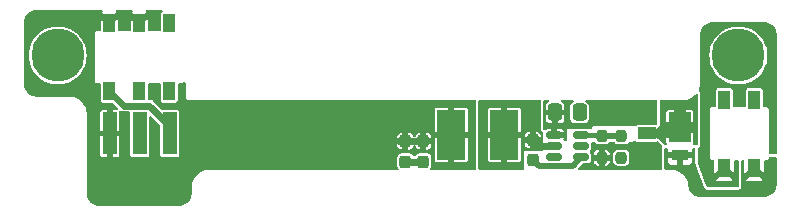
<source format=gbr>
%TF.GenerationSoftware,KiCad,Pcbnew,7.0.1*%
%TF.CreationDate,2023-03-29T08:45:06-04:00*%
%TF.ProjectId,BuckarooHAT,4275636b-6172-46f6-9f48-41542e6b6963,rev?*%
%TF.SameCoordinates,Original*%
%TF.FileFunction,Copper,L1,Top*%
%TF.FilePolarity,Positive*%
%FSLAX46Y46*%
G04 Gerber Fmt 4.6, Leading zero omitted, Abs format (unit mm)*
G04 Created by KiCad (PCBNEW 7.0.1) date 2023-03-29 08:45:06*
%MOMM*%
%LPD*%
G01*
G04 APERTURE LIST*
G04 Aperture macros list*
%AMRoundRect*
0 Rectangle with rounded corners*
0 $1 Rounding radius*
0 $2 $3 $4 $5 $6 $7 $8 $9 X,Y pos of 4 corners*
0 Add a 4 corners polygon primitive as box body*
4,1,4,$2,$3,$4,$5,$6,$7,$8,$9,$2,$3,0*
0 Add four circle primitives for the rounded corners*
1,1,$1+$1,$2,$3*
1,1,$1+$1,$4,$5*
1,1,$1+$1,$6,$7*
1,1,$1+$1,$8,$9*
0 Add four rect primitives between the rounded corners*
20,1,$1+$1,$2,$3,$4,$5,0*
20,1,$1+$1,$4,$5,$6,$7,0*
20,1,$1+$1,$6,$7,$8,$9,0*
20,1,$1+$1,$8,$9,$2,$3,0*%
%AMFreePoly0*
4,1,19,0.550000,-0.750000,0.000000,-0.750000,0.000000,-0.744911,-0.071157,-0.744911,-0.207708,-0.704816,-0.327430,-0.627875,-0.420627,-0.520320,-0.479746,-0.390866,-0.500000,-0.250000,-0.500000,0.250000,-0.479746,0.390866,-0.420627,0.520320,-0.327430,0.627875,-0.207708,0.704816,-0.071157,0.744911,0.000000,0.744911,0.000000,0.750000,0.550000,0.750000,0.550000,-0.750000,0.550000,-0.750000,
$1*%
%AMFreePoly1*
4,1,19,0.000000,0.744911,0.071157,0.744911,0.207708,0.704816,0.327430,0.627875,0.420627,0.520320,0.479746,0.390866,0.500000,0.250000,0.500000,-0.250000,0.479746,-0.390866,0.420627,-0.520320,0.327430,-0.627875,0.207708,-0.704816,0.071157,-0.744911,0.000000,-0.744911,0.000000,-0.750000,-0.550000,-0.750000,-0.550000,0.750000,0.000000,0.750000,0.000000,0.744911,0.000000,0.744911,
$1*%
G04 Aperture macros list end*
%TA.AperFunction,SMDPad,CuDef*%
%ADD10RoundRect,0.237500X-0.237500X0.300000X-0.237500X-0.300000X0.237500X-0.300000X0.237500X0.300000X0*%
%TD*%
%TA.AperFunction,SMDPad,CuDef*%
%ADD11RoundRect,0.250000X-0.337500X-0.475000X0.337500X-0.475000X0.337500X0.475000X-0.337500X0.475000X0*%
%TD*%
%TA.AperFunction,ComponentPad*%
%ADD12C,3.100000*%
%TD*%
%TA.AperFunction,ConnectorPad*%
%ADD13C,4.500000*%
%TD*%
%TA.AperFunction,SMDPad,CuDef*%
%ADD14RoundRect,0.237500X0.237500X-0.250000X0.237500X0.250000X-0.237500X0.250000X-0.237500X-0.250000X0*%
%TD*%
%TA.AperFunction,SMDPad,CuDef*%
%ADD15R,1.000000X1.550000*%
%TD*%
%TA.AperFunction,SMDPad,CuDef*%
%ADD16RoundRect,0.150000X-0.512500X-0.150000X0.512500X-0.150000X0.512500X0.150000X-0.512500X0.150000X0*%
%TD*%
%TA.AperFunction,SMDPad,CuDef*%
%ADD17R,2.400000X4.200000*%
%TD*%
%TA.AperFunction,SMDPad,CuDef*%
%ADD18RoundRect,0.237500X-0.237500X0.250000X-0.237500X-0.250000X0.237500X-0.250000X0.237500X0.250000X0*%
%TD*%
%TA.AperFunction,SMDPad,CuDef*%
%ADD19R,1.200000X3.600000*%
%TD*%
%TA.AperFunction,SMDPad,CuDef*%
%ADD20R,1.880000X2.540000*%
%TD*%
%TA.AperFunction,SMDPad,CuDef*%
%ADD21R,1.350000X0.960000*%
%TD*%
%TA.AperFunction,SMDPad,CuDef*%
%ADD22FreePoly0,90.000000*%
%TD*%
%TA.AperFunction,SMDPad,CuDef*%
%ADD23R,1.500000X1.000000*%
%TD*%
%TA.AperFunction,SMDPad,CuDef*%
%ADD24FreePoly1,90.000000*%
%TD*%
%TA.AperFunction,ViaPad*%
%ADD25C,0.600000*%
%TD*%
%TA.AperFunction,Conductor*%
%ADD26C,0.600000*%
%TD*%
%TA.AperFunction,Conductor*%
%ADD27C,0.500000*%
%TD*%
%TA.AperFunction,Conductor*%
%ADD28C,0.400000*%
%TD*%
%TA.AperFunction,Conductor*%
%ADD29C,0.800000*%
%TD*%
G04 APERTURE END LIST*
D10*
%TO.P,C4,1*%
%TO.N,+5V*%
X132588000Y-81560500D03*
%TO.P,C4,2*%
%TO.N,GND*%
X132588000Y-83285500D03*
%TD*%
D11*
%TO.P,C1,1*%
%TO.N,/+12v*%
X143742500Y-79121000D03*
%TO.P,C1,2*%
%TO.N,GND*%
X145817500Y-79121000D03*
%TD*%
D12*
%TO.P,H1,1*%
%TO.N,N/C*%
X159258000Y-74295000D03*
D13*
X159258000Y-74295000D03*
%TD*%
D14*
%TO.P,R1,1*%
%TO.N,+5V*%
X147701000Y-82954500D03*
%TO.P,R1,2*%
%TO.N,/fb_in*%
X147701000Y-81129500D03*
%TD*%
D15*
%TO.P,J2,1,Pin_1*%
%TO.N,+3.3V*%
X105994200Y-77301800D03*
%TO.P,J2,2,Pin_2*%
%TO.N,+5V*%
X105994200Y-71551800D03*
%TO.P,J2,3,Pin_3*%
%TO.N,unconnected-(J2-Pin_3-Pad3)*%
X108534200Y-77301800D03*
%TO.P,J2,4,Pin_4*%
%TO.N,+5V*%
X108534200Y-71551800D03*
%TO.P,J2,5,Pin_5*%
%TO.N,unconnected-(J2-Pin_5-Pad5)*%
X111074200Y-77301800D03*
%TO.P,J2,6,Pin_6*%
%TO.N,GND*%
X111074200Y-71551800D03*
%TD*%
D16*
%TO.P,U1,1,VIN*%
%TO.N,/+12v*%
X143648000Y-81031000D03*
%TO.P,U1,2,SW*%
%TO.N,/sw_out*%
X143648000Y-81981000D03*
%TO.P,U1,3,GND*%
%TO.N,GND*%
X143648000Y-82931000D03*
%TO.P,U1,4,BST*%
%TO.N,Net-(U1-BST)*%
X145923000Y-82931000D03*
%TO.P,U1,5,EN*%
%TO.N,unconnected-(U1-EN-Pad5)*%
X145923000Y-81981000D03*
%TO.P,U1,6,FB*%
%TO.N,/fb_in*%
X145923000Y-81031000D03*
%TD*%
D10*
%TO.P,C3,1*%
%TO.N,+5V*%
X131064000Y-81560500D03*
%TO.P,C3,2*%
%TO.N,GND*%
X131064000Y-83285500D03*
%TD*%
D17*
%TO.P,L1,1,1*%
%TO.N,/sw_out*%
X139446000Y-81026000D03*
%TO.P,L1,2,2*%
%TO.N,+5V*%
X134946000Y-81026000D03*
%TD*%
D18*
%TO.P,R2,1*%
%TO.N,/fb_in*%
X149352000Y-81129500D03*
%TO.P,R2,2*%
%TO.N,GND*%
X149352000Y-82954500D03*
%TD*%
D19*
%TO.P,J3,1,Pin_1*%
%TO.N,+5V*%
X106045000Y-80899000D03*
%TO.P,J3,2,Pin_2*%
%TO.N,GND*%
X108585000Y-80899000D03*
%TO.P,J3,3,Pin_3*%
%TO.N,+3.3V*%
X111125000Y-80899000D03*
%TD*%
D10*
%TO.P,C2,1*%
%TO.N,/sw_out*%
X141859000Y-81433500D03*
%TO.P,C2,2*%
%TO.N,Net-(U1-BST)*%
X141859000Y-83158500D03*
%TD*%
D12*
%TO.P,H2,1*%
%TO.N,N/C*%
X101625400Y-74295000D03*
D13*
X101625400Y-74295000D03*
%TD*%
D20*
%TO.P,D1,1,K*%
%TO.N,/vsplit*%
X154305000Y-80391000D03*
D21*
%TO.P,D1,2,A*%
%TO.N,VCC*%
X154305000Y-82741000D03*
%TD*%
D15*
%TO.P,J1,1,Pin_1*%
%TO.N,GND*%
X158065001Y-83792899D03*
%TO.P,J1,2,Pin_2*%
%TO.N,unconnected-(J1-Pin_2-Pad2)*%
X158065001Y-78042899D03*
%TO.P,J1,3,Pin_3*%
%TO.N,VCC*%
X160605001Y-83792899D03*
%TO.P,J1,4,Pin_4*%
%TO.N,unconnected-(J1-Pin_4-Pad4)*%
X160605001Y-78042899D03*
%TD*%
D22*
%TO.P,JP1,1,A*%
%TO.N,+5V*%
X151511000Y-82199000D03*
D23*
%TO.P,JP1,2,C*%
%TO.N,/vsplit*%
X151511000Y-80899000D03*
D24*
%TO.P,JP1,3,B*%
%TO.N,/+12v*%
X151511000Y-79599000D03*
%TD*%
D25*
%TO.N,GND*%
X161798000Y-72136000D03*
X108585000Y-81915000D03*
X108585000Y-79883000D03*
X158115000Y-83439000D03*
X145542000Y-79121000D03*
X144018000Y-82931000D03*
X132588000Y-83285500D03*
X111125000Y-71247000D03*
X156845000Y-76581000D03*
X146050000Y-78740000D03*
X143383000Y-82931000D03*
X131064000Y-83285500D03*
X158115000Y-84201000D03*
X156718000Y-72009000D03*
X161798000Y-76581000D03*
X111125000Y-71882000D03*
X149352000Y-82931000D03*
X146050000Y-79502000D03*
%TO.N,+5V*%
X135001000Y-81026000D03*
X147701000Y-82931000D03*
%TD*%
D26*
%TO.N,GND*%
X131064000Y-83285500D02*
X132588000Y-83285500D01*
%TO.N,/sw_out*%
X142406500Y-81981000D02*
X141859000Y-81433500D01*
X143648000Y-81981000D02*
X142406500Y-81981000D01*
D27*
%TO.N,Net-(U1-BST)*%
X142333900Y-83633400D02*
X145220600Y-83633400D01*
X145220600Y-83633400D02*
X145923000Y-82931000D01*
X141859000Y-83158500D02*
X142333900Y-83633400D01*
D26*
%TO.N,+5V*%
X130556000Y-81560500D02*
X132080000Y-81560500D01*
X147701000Y-82954500D02*
X147701000Y-82931000D01*
%TO.N,+3.3V*%
X111125000Y-80264000D02*
X109390200Y-78529200D01*
X109390200Y-78529200D02*
X107221600Y-78529200D01*
X111125000Y-80899000D02*
X111125000Y-80264000D01*
X107221600Y-78529200D02*
X105994200Y-77301800D01*
D28*
%TO.N,/fb_in*%
X145923000Y-81031000D02*
X147602500Y-81031000D01*
X147602500Y-81031000D02*
X147701000Y-81129500D01*
D27*
X149352000Y-81129500D02*
X147701000Y-81129500D01*
D29*
%TO.N,/vsplit*%
X153797000Y-80899000D02*
X154305000Y-80391000D01*
X151511000Y-80899000D02*
X153797000Y-80899000D01*
%TD*%
%TA.AperFunction,Conductor*%
%TO.N,+5V*%
G36*
X105372999Y-70444123D02*
G01*
X105409037Y-70478774D01*
X105423549Y-70526615D01*
X105412833Y-70575448D01*
X105397982Y-70592158D01*
X105397097Y-70601142D01*
X105994199Y-71198244D01*
X106591301Y-70601142D01*
X106590417Y-70592160D01*
X106575564Y-70575446D01*
X106564849Y-70526614D01*
X106579361Y-70478773D01*
X106615399Y-70444123D01*
X106663773Y-70431500D01*
X107864625Y-70431500D01*
X107912999Y-70444123D01*
X107949037Y-70478774D01*
X107963549Y-70526615D01*
X107952833Y-70575448D01*
X107937982Y-70592158D01*
X107937097Y-70601142D01*
X108534199Y-71198244D01*
X109131301Y-70601142D01*
X109130417Y-70592160D01*
X109115564Y-70575446D01*
X109104849Y-70526614D01*
X109119361Y-70478773D01*
X109155399Y-70444123D01*
X109203773Y-70431500D01*
X110403729Y-70431500D01*
X110452102Y-70444123D01*
X110488140Y-70478773D01*
X110502653Y-70526613D01*
X110491939Y-70575445D01*
X110458731Y-70612815D01*
X110429647Y-70632247D01*
X110385333Y-70698568D01*
X110373700Y-70757053D01*
X110373700Y-72095300D01*
X110360437Y-72144800D01*
X110324200Y-72181037D01*
X110274700Y-72194300D01*
X109333200Y-72194300D01*
X109283700Y-72181037D01*
X109247463Y-72144800D01*
X109234200Y-72095300D01*
X109234200Y-71205352D01*
X108604202Y-71835349D01*
X108559822Y-71860972D01*
X108508576Y-71860972D01*
X108464195Y-71835349D01*
X107834200Y-71205354D01*
X107834200Y-72095300D01*
X107820937Y-72144800D01*
X107784700Y-72181037D01*
X107735200Y-72194300D01*
X106793200Y-72194300D01*
X106743700Y-72181037D01*
X106707463Y-72144800D01*
X106694200Y-72095300D01*
X106694200Y-71205352D01*
X106064202Y-71835349D01*
X106019822Y-71860972D01*
X105968576Y-71860972D01*
X105924195Y-71835349D01*
X105294200Y-71205354D01*
X105294200Y-72095300D01*
X105280937Y-72144800D01*
X105244700Y-72181037D01*
X105195200Y-72194300D01*
X104932437Y-72194300D01*
X104921604Y-72199516D01*
X104900690Y-72206834D01*
X104888968Y-72209510D01*
X104879565Y-72217008D01*
X104860803Y-72228797D01*
X104849975Y-72234012D01*
X104842479Y-72243411D01*
X104826811Y-72259079D01*
X104817412Y-72266575D01*
X104812197Y-72277403D01*
X104800408Y-72296165D01*
X104792910Y-72305568D01*
X104790234Y-72317290D01*
X104782916Y-72338204D01*
X104777700Y-72349037D01*
X104777700Y-76504563D01*
X104782915Y-76515393D01*
X104790235Y-76536314D01*
X104792909Y-76548029D01*
X104792910Y-76548031D01*
X104800405Y-76557429D01*
X104812197Y-76576196D01*
X104817411Y-76587024D01*
X104826804Y-76594514D01*
X104842481Y-76610190D01*
X104849976Y-76619588D01*
X104860799Y-76624800D01*
X104860801Y-76624801D01*
X104879572Y-76636596D01*
X104888969Y-76644090D01*
X104900676Y-76646762D01*
X104900681Y-76646763D01*
X104921605Y-76654083D01*
X104932437Y-76659300D01*
X104955610Y-76659300D01*
X105023963Y-76659300D01*
X105194700Y-76659300D01*
X105244200Y-76672563D01*
X105280437Y-76708800D01*
X105293700Y-76758300D01*
X105293700Y-78096547D01*
X105305333Y-78155031D01*
X105349647Y-78221352D01*
X105382044Y-78242999D01*
X105415969Y-78265667D01*
X105474452Y-78277300D01*
X106220878Y-78277300D01*
X106258764Y-78284836D01*
X106290882Y-78306296D01*
X106714582Y-78729996D01*
X106741676Y-78780686D01*
X106736042Y-78837886D01*
X106699579Y-78882315D01*
X106644578Y-78899000D01*
X106295001Y-78899000D01*
X106295000Y-78899001D01*
X106295000Y-80648999D01*
X106295001Y-80649000D01*
X106844999Y-80649000D01*
X106845000Y-80648999D01*
X106845000Y-79069551D01*
X106847068Y-79069551D01*
X106849622Y-79032662D01*
X106878968Y-78989784D01*
X106925986Y-78967674D01*
X106977727Y-78972420D01*
X106979266Y-78972994D01*
X106979269Y-78972996D01*
X107026635Y-78990662D01*
X107033160Y-78993365D01*
X107079143Y-79014365D01*
X107086578Y-79015433D01*
X107107081Y-79020666D01*
X107114117Y-79023291D01*
X107164557Y-79026898D01*
X107171559Y-79027652D01*
X107178883Y-79028705D01*
X107185799Y-79029700D01*
X107185801Y-79029700D01*
X107200182Y-79029700D01*
X107207244Y-79029952D01*
X107257673Y-79033559D01*
X107265009Y-79031962D01*
X107286054Y-79029700D01*
X107685500Y-79029700D01*
X107735000Y-79042963D01*
X107771237Y-79079200D01*
X107784500Y-79128700D01*
X107784500Y-82718747D01*
X107796133Y-82777231D01*
X107840447Y-82843552D01*
X107884762Y-82873162D01*
X107906769Y-82887867D01*
X107965252Y-82899500D01*
X109204747Y-82899500D01*
X109204748Y-82899500D01*
X109263231Y-82887867D01*
X109329552Y-82843552D01*
X109373867Y-82777231D01*
X109385500Y-82718748D01*
X109385500Y-79471322D01*
X109402185Y-79416321D01*
X109446614Y-79379858D01*
X109503814Y-79374224D01*
X109554504Y-79401318D01*
X110295504Y-80142318D01*
X110316964Y-80174436D01*
X110324500Y-80212322D01*
X110324500Y-82718747D01*
X110336133Y-82777231D01*
X110380447Y-82843552D01*
X110424762Y-82873162D01*
X110446769Y-82887867D01*
X110505252Y-82899500D01*
X111744747Y-82899500D01*
X111744748Y-82899500D01*
X111803231Y-82887867D01*
X111869552Y-82843552D01*
X111913867Y-82777231D01*
X111925500Y-82718748D01*
X111925500Y-81913201D01*
X130389000Y-81913201D01*
X130391771Y-81942757D01*
X130435329Y-82067238D01*
X130513646Y-82173353D01*
X130619761Y-82251670D01*
X130744242Y-82295228D01*
X130773799Y-82298000D01*
X130813999Y-82298000D01*
X130814000Y-82297999D01*
X131314000Y-82297999D01*
X131314001Y-82298000D01*
X131354201Y-82298000D01*
X131383757Y-82295228D01*
X131508238Y-82251670D01*
X131614353Y-82173353D01*
X131692670Y-82067238D01*
X131732556Y-81953253D01*
X131768712Y-81905210D01*
X131826000Y-81886951D01*
X131883288Y-81905210D01*
X131919444Y-81953253D01*
X131959329Y-82067238D01*
X132037646Y-82173353D01*
X132143761Y-82251670D01*
X132268242Y-82295228D01*
X132297799Y-82298000D01*
X132337999Y-82298000D01*
X132338000Y-82297999D01*
X132838000Y-82297999D01*
X132838001Y-82298000D01*
X132878201Y-82298000D01*
X132907757Y-82295228D01*
X133032238Y-82251670D01*
X133138353Y-82173353D01*
X133216670Y-82067238D01*
X133260228Y-81942757D01*
X133263000Y-81913201D01*
X133263000Y-81810501D01*
X133262999Y-81810500D01*
X132838001Y-81810500D01*
X132838000Y-81810501D01*
X132838000Y-82297999D01*
X132338000Y-82297999D01*
X132338000Y-81310499D01*
X132838000Y-81310499D01*
X132838001Y-81310500D01*
X133262999Y-81310500D01*
X133263000Y-81310499D01*
X133263000Y-81207799D01*
X133260228Y-81178242D01*
X133216670Y-81053761D01*
X133138353Y-80947646D01*
X133032238Y-80869329D01*
X132907757Y-80825771D01*
X132878201Y-80823000D01*
X132838001Y-80823000D01*
X132838000Y-80823001D01*
X132838000Y-81310499D01*
X132338000Y-81310499D01*
X132338000Y-80823001D01*
X132337999Y-80823000D01*
X132297799Y-80823000D01*
X132268242Y-80825771D01*
X132143761Y-80869329D01*
X132037646Y-80947646D01*
X131959329Y-81053761D01*
X131919444Y-81167746D01*
X131883288Y-81215789D01*
X131826000Y-81234048D01*
X131768712Y-81215789D01*
X131732556Y-81167746D01*
X131692670Y-81053761D01*
X131614353Y-80947646D01*
X131508238Y-80869329D01*
X131383757Y-80825771D01*
X131354201Y-80823000D01*
X131314001Y-80823000D01*
X131314000Y-80823001D01*
X131314000Y-82297999D01*
X130814000Y-82297999D01*
X130814000Y-81810501D01*
X130813999Y-81810500D01*
X130389001Y-81810500D01*
X130389000Y-81810501D01*
X130389000Y-81913201D01*
X111925500Y-81913201D01*
X111925500Y-81310499D01*
X130389000Y-81310499D01*
X130389001Y-81310500D01*
X130813999Y-81310500D01*
X130814000Y-81310499D01*
X130814000Y-80823001D01*
X130813999Y-80823000D01*
X130773799Y-80823000D01*
X130744242Y-80825771D01*
X130619761Y-80869329D01*
X130513646Y-80947646D01*
X130435329Y-81053761D01*
X130391771Y-81178242D01*
X130389000Y-81207799D01*
X130389000Y-81310499D01*
X111925500Y-81310499D01*
X111925500Y-80775999D01*
X133546000Y-80775999D01*
X133546001Y-80776000D01*
X134695999Y-80776000D01*
X134696000Y-80775999D01*
X135196000Y-80775999D01*
X135196001Y-80776000D01*
X136345999Y-80776000D01*
X136346000Y-80775999D01*
X136346000Y-78906303D01*
X136334395Y-78847963D01*
X136290192Y-78781807D01*
X136224036Y-78737604D01*
X136165697Y-78726000D01*
X135196001Y-78726000D01*
X135196000Y-78726001D01*
X135196000Y-80775999D01*
X134696000Y-80775999D01*
X134696000Y-78726001D01*
X134695999Y-78726000D01*
X133726303Y-78726000D01*
X133667963Y-78737604D01*
X133601807Y-78781807D01*
X133557604Y-78847963D01*
X133546000Y-78906303D01*
X133546000Y-80775999D01*
X111925500Y-80775999D01*
X111925500Y-79079252D01*
X111913867Y-79020769D01*
X111894575Y-78991897D01*
X111869552Y-78954447D01*
X111803231Y-78910133D01*
X111776390Y-78904794D01*
X111744748Y-78898500D01*
X110508322Y-78898500D01*
X110470436Y-78890964D01*
X110438318Y-78869504D01*
X109789680Y-78220866D01*
X109776398Y-78204382D01*
X109772342Y-78198071D01*
X109734148Y-78164976D01*
X109728977Y-78160162D01*
X109718796Y-78149982D01*
X109718795Y-78149981D01*
X109718793Y-78149979D01*
X109707262Y-78141347D01*
X109701775Y-78136925D01*
X109663573Y-78103823D01*
X109663572Y-78103822D01*
X109656744Y-78100704D01*
X109638545Y-78089906D01*
X109632530Y-78085403D01*
X109585170Y-78067739D01*
X109578642Y-78065035D01*
X109532657Y-78044035D01*
X109525217Y-78042965D01*
X109504718Y-78037732D01*
X109497686Y-78035109D01*
X109447261Y-78031502D01*
X109440241Y-78030747D01*
X109425999Y-78028700D01*
X109411618Y-78028700D01*
X109404556Y-78028448D01*
X109402922Y-78028331D01*
X109354127Y-78024841D01*
X109354125Y-78024841D01*
X109339930Y-78023826D01*
X109339955Y-78023472D01*
X109296908Y-78019879D01*
X109251714Y-77983461D01*
X109234700Y-77927970D01*
X109234700Y-76758300D01*
X109247963Y-76708800D01*
X109284200Y-76672563D01*
X109333700Y-76659300D01*
X110274700Y-76659300D01*
X110324200Y-76672563D01*
X110360437Y-76708800D01*
X110373700Y-76758300D01*
X110373700Y-78096547D01*
X110385333Y-78155031D01*
X110429647Y-78221352D01*
X110462044Y-78242999D01*
X110495969Y-78265667D01*
X110554452Y-78277300D01*
X111593947Y-78277300D01*
X111593948Y-78277300D01*
X111652431Y-78265667D01*
X111718752Y-78221352D01*
X111763067Y-78155031D01*
X111774700Y-78096548D01*
X111774700Y-76758300D01*
X111787963Y-76708800D01*
X111824200Y-76672563D01*
X111873700Y-76659300D01*
X112135962Y-76659300D01*
X112135963Y-76659300D01*
X112146792Y-76654084D01*
X112167711Y-76646764D01*
X112179431Y-76644090D01*
X112188828Y-76636595D01*
X112207601Y-76624800D01*
X112218422Y-76619589D01*
X112218422Y-76619588D01*
X112218424Y-76619588D01*
X112225919Y-76610188D01*
X112241588Y-76594519D01*
X112250988Y-76587024D01*
X112256199Y-76576201D01*
X112268002Y-76557420D01*
X112272105Y-76552276D01*
X112322100Y-76518876D01*
X112382202Y-76520566D01*
X112430242Y-76556722D01*
X112448500Y-76614009D01*
X112448500Y-77896763D01*
X112453715Y-77907593D01*
X112461035Y-77928514D01*
X112463709Y-77940229D01*
X112463710Y-77940231D01*
X112471205Y-77949629D01*
X112482997Y-77968396D01*
X112488211Y-77979224D01*
X112497604Y-77986714D01*
X112513281Y-78002390D01*
X112520776Y-78011788D01*
X112531601Y-78017001D01*
X112550372Y-78028796D01*
X112559769Y-78036290D01*
X112571481Y-78038963D01*
X112592405Y-78046283D01*
X112603237Y-78051500D01*
X112603238Y-78051500D01*
X136934000Y-78051500D01*
X136983500Y-78064763D01*
X137019737Y-78101000D01*
X137033000Y-78150500D01*
X137033000Y-83897855D01*
X137019739Y-83947350D01*
X136983509Y-83983586D01*
X136934016Y-83996854D01*
X136002941Y-83997005D01*
X133261962Y-83997449D01*
X133210071Y-83982770D01*
X133173572Y-83943071D01*
X133163296Y-83890132D01*
X133182291Y-83839661D01*
X133217116Y-83792475D01*
X133260725Y-83667849D01*
X133263500Y-83638256D01*
X133263500Y-83145697D01*
X133546000Y-83145697D01*
X133557604Y-83204036D01*
X133601807Y-83270192D01*
X133667963Y-83314395D01*
X133726303Y-83326000D01*
X134695999Y-83326000D01*
X134696000Y-83325999D01*
X135196000Y-83325999D01*
X135196001Y-83326000D01*
X136165697Y-83326000D01*
X136224036Y-83314395D01*
X136290192Y-83270192D01*
X136334395Y-83204036D01*
X136346000Y-83145697D01*
X136346000Y-81276001D01*
X136345999Y-81276000D01*
X135196001Y-81276000D01*
X135196000Y-81276001D01*
X135196000Y-83325999D01*
X134696000Y-83325999D01*
X134696000Y-81276001D01*
X134695999Y-81276000D01*
X133546001Y-81276000D01*
X133546000Y-81276001D01*
X133546000Y-83145697D01*
X133263500Y-83145697D01*
X133263500Y-82932744D01*
X133260725Y-82903151D01*
X133259272Y-82899000D01*
X133217116Y-82778525D01*
X133192217Y-82744788D01*
X133138711Y-82672289D01*
X133032475Y-82593884D01*
X133032474Y-82593883D01*
X132907851Y-82550275D01*
X132896011Y-82549164D01*
X132878256Y-82547500D01*
X132297744Y-82547500D01*
X132282947Y-82548887D01*
X132268148Y-82550275D01*
X132143525Y-82593883D01*
X132037288Y-82672289D01*
X131983782Y-82744788D01*
X131948742Y-82774377D01*
X131904127Y-82785000D01*
X131747873Y-82785000D01*
X131703258Y-82774377D01*
X131668218Y-82744788D01*
X131614711Y-82672289D01*
X131508474Y-82593883D01*
X131383851Y-82550275D01*
X131372011Y-82549164D01*
X131354256Y-82547500D01*
X130773744Y-82547500D01*
X130758947Y-82548887D01*
X130744148Y-82550275D01*
X130619525Y-82593883D01*
X130513289Y-82672289D01*
X130434883Y-82778525D01*
X130391275Y-82903148D01*
X130388500Y-82932747D01*
X130388500Y-83638253D01*
X130391275Y-83667851D01*
X130434883Y-83792474D01*
X130470052Y-83840126D01*
X130489046Y-83890589D01*
X130478778Y-83943522D01*
X130442292Y-83983222D01*
X130390413Y-83997914D01*
X114429078Y-84000500D01*
X114321825Y-84000500D01*
X114113628Y-84030433D01*
X113911800Y-84089696D01*
X113720463Y-84177076D01*
X113543512Y-84290796D01*
X113384544Y-84428544D01*
X113246796Y-84587512D01*
X113133076Y-84764463D01*
X113045696Y-84955800D01*
X112986433Y-85157628D01*
X112956500Y-85365825D01*
X112956500Y-85974681D01*
X112956123Y-85983310D01*
X112941007Y-86156085D01*
X112938011Y-86173079D01*
X112894241Y-86336429D01*
X112888338Y-86352645D01*
X112816875Y-86505897D01*
X112808247Y-86520842D01*
X112711255Y-86659362D01*
X112700163Y-86672582D01*
X112580582Y-86792163D01*
X112567362Y-86803255D01*
X112428842Y-86900247D01*
X112413897Y-86908875D01*
X112260645Y-86980338D01*
X112244429Y-86986241D01*
X112081079Y-87030011D01*
X112064085Y-87033007D01*
X111938230Y-87044017D01*
X111891308Y-87048123D01*
X111882681Y-87048500D01*
X105160319Y-87048500D01*
X105151691Y-87048123D01*
X104978915Y-87033007D01*
X104961920Y-87030011D01*
X104798570Y-86986241D01*
X104782354Y-86980338D01*
X104629102Y-86908875D01*
X104614157Y-86900247D01*
X104475637Y-86803255D01*
X104462417Y-86792163D01*
X104342836Y-86672582D01*
X104331744Y-86659362D01*
X104234752Y-86520842D01*
X104226124Y-86505897D01*
X104154661Y-86352645D01*
X104148758Y-86336429D01*
X104136954Y-86292376D01*
X104104986Y-86173072D01*
X104101993Y-86156092D01*
X104086877Y-85983309D01*
X104086500Y-85974681D01*
X104086500Y-82718697D01*
X105245000Y-82718697D01*
X105256604Y-82777036D01*
X105300807Y-82843192D01*
X105366963Y-82887395D01*
X105425303Y-82899000D01*
X105794999Y-82899000D01*
X105795000Y-82898999D01*
X106295000Y-82898999D01*
X106295001Y-82899000D01*
X106664697Y-82899000D01*
X106723036Y-82887395D01*
X106789192Y-82843192D01*
X106833395Y-82777036D01*
X106845000Y-82718697D01*
X106845000Y-81149001D01*
X106844999Y-81149000D01*
X106295001Y-81149000D01*
X106295000Y-81149001D01*
X106295000Y-82898999D01*
X105795000Y-82898999D01*
X105795000Y-81149001D01*
X105794999Y-81149000D01*
X105245001Y-81149000D01*
X105245000Y-81149001D01*
X105245000Y-82718697D01*
X104086500Y-82718697D01*
X104086500Y-80648999D01*
X105245000Y-80648999D01*
X105245001Y-80649000D01*
X105794999Y-80649000D01*
X105795000Y-80648999D01*
X105795000Y-78899001D01*
X105794999Y-78899000D01*
X105425303Y-78899000D01*
X105366963Y-78910604D01*
X105300807Y-78954807D01*
X105256604Y-79020963D01*
X105245000Y-79079303D01*
X105245000Y-80648999D01*
X104086500Y-80648999D01*
X104086500Y-79142825D01*
X104056566Y-78934628D01*
X104043745Y-78890964D01*
X103997304Y-78732800D01*
X103909924Y-78541464D01*
X103796203Y-78364511D01*
X103658456Y-78205544D01*
X103499489Y-78067797D01*
X103322536Y-77954076D01*
X103131200Y-77866696D01*
X103059408Y-77845616D01*
X102929371Y-77807433D01*
X102721175Y-77777500D01*
X102721172Y-77777500D01*
X102638590Y-77777500D01*
X99826319Y-77777500D01*
X99817691Y-77777123D01*
X99644915Y-77762007D01*
X99627920Y-77759011D01*
X99464570Y-77715241D01*
X99448354Y-77709338D01*
X99295102Y-77637875D01*
X99280157Y-77629247D01*
X99141637Y-77532255D01*
X99128417Y-77521163D01*
X99008836Y-77401582D01*
X98997744Y-77388362D01*
X98900752Y-77249842D01*
X98892124Y-77234897D01*
X98820661Y-77081645D01*
X98814758Y-77065429D01*
X98802954Y-77021376D01*
X98770986Y-76902072D01*
X98767993Y-76885092D01*
X98752877Y-76712309D01*
X98752500Y-76703681D01*
X98752500Y-74295000D01*
X99170055Y-74295000D01*
X99189416Y-74602742D01*
X99247192Y-74905612D01*
X99247193Y-74905616D01*
X99247194Y-74905619D01*
X99342478Y-75198873D01*
X99473765Y-75477871D01*
X99638984Y-75738216D01*
X99638986Y-75738218D01*
X99835531Y-75975799D01*
X100060301Y-76186874D01*
X100309763Y-76368118D01*
X100557955Y-76504563D01*
X100579965Y-76516663D01*
X100866657Y-76630172D01*
X101152956Y-76703681D01*
X101165318Y-76706855D01*
X101471225Y-76745500D01*
X101471228Y-76745500D01*
X101779572Y-76745500D01*
X101779575Y-76745500D01*
X102085481Y-76706855D01*
X102085483Y-76706854D01*
X102085486Y-76706854D01*
X102384143Y-76630172D01*
X102670835Y-76516663D01*
X102941040Y-76368116D01*
X103190496Y-76186876D01*
X103415269Y-75975799D01*
X103611816Y-75738216D01*
X103777035Y-75477871D01*
X103908322Y-75198873D01*
X104003606Y-74905619D01*
X104061384Y-74602736D01*
X104080745Y-74295000D01*
X104061384Y-73987264D01*
X104003606Y-73684381D01*
X103908322Y-73391127D01*
X103777035Y-73112129D01*
X103611816Y-72851784D01*
X103415269Y-72614201D01*
X103395142Y-72595300D01*
X103190498Y-72403125D01*
X102941036Y-72221881D01*
X102670836Y-72073337D01*
X102384144Y-71959828D01*
X102085481Y-71883144D01*
X101779575Y-71844500D01*
X101779572Y-71844500D01*
X101471228Y-71844500D01*
X101471225Y-71844500D01*
X101165318Y-71883144D01*
X100866655Y-71959828D01*
X100579963Y-72073337D01*
X100309763Y-72221881D01*
X100060301Y-72403125D01*
X99835531Y-72614200D01*
X99638986Y-72851781D01*
X99473763Y-73112132D01*
X99342479Y-73391124D01*
X99247192Y-73684387D01*
X99189416Y-73987257D01*
X99170055Y-74295000D01*
X98752500Y-74295000D01*
X98752500Y-71505319D01*
X98752877Y-71496691D01*
X98761701Y-71395828D01*
X98767993Y-71323905D01*
X98770986Y-71306929D01*
X98814760Y-71143563D01*
X98820657Y-71127362D01*
X98892126Y-70974097D01*
X98900749Y-70959161D01*
X98997749Y-70820630D01*
X99008830Y-70807423D01*
X99128423Y-70687830D01*
X99141630Y-70676749D01*
X99280161Y-70579749D01*
X99295097Y-70571126D01*
X99448362Y-70499657D01*
X99464563Y-70493760D01*
X99627929Y-70449986D01*
X99644905Y-70446993D01*
X99817690Y-70431877D01*
X99826319Y-70431500D01*
X99861882Y-70431500D01*
X105324625Y-70431500D01*
X105372999Y-70444123D01*
G37*
%TD.AperFunction*%
%TD*%
%TA.AperFunction,Conductor*%
%TO.N,GND*%
G36*
X161421309Y-71447877D02*
G01*
X161594092Y-71462993D01*
X161611072Y-71465986D01*
X161774433Y-71509759D01*
X161790641Y-71515659D01*
X161943897Y-71587124D01*
X161958842Y-71595752D01*
X162097362Y-71692744D01*
X162110582Y-71703836D01*
X162230163Y-71823417D01*
X162241255Y-71836637D01*
X162338247Y-71975157D01*
X162346875Y-71990102D01*
X162418338Y-72143354D01*
X162424241Y-72159570D01*
X162468011Y-72322920D01*
X162471007Y-72339915D01*
X162486123Y-72512691D01*
X162486500Y-72521319D01*
X162486500Y-82578000D01*
X162473237Y-82627500D01*
X162437000Y-82663737D01*
X162387500Y-82677000D01*
X161920501Y-82677000D01*
X161871001Y-82663737D01*
X161834764Y-82627500D01*
X161821501Y-82578000D01*
X161821501Y-78840137D01*
X161816286Y-78829308D01*
X161808964Y-78808380D01*
X161806291Y-78796668D01*
X161798797Y-78787271D01*
X161787002Y-78768500D01*
X161781789Y-78757675D01*
X161772391Y-78750180D01*
X161756715Y-78734503D01*
X161749225Y-78725110D01*
X161738397Y-78719896D01*
X161719630Y-78708104D01*
X161710232Y-78700609D01*
X161710230Y-78700608D01*
X161698515Y-78697934D01*
X161677594Y-78690614D01*
X161666764Y-78685399D01*
X161643591Y-78685399D01*
X161404501Y-78685399D01*
X161355001Y-78672136D01*
X161318764Y-78635899D01*
X161305501Y-78586399D01*
X161305501Y-77248152D01*
X161301367Y-77227369D01*
X161293868Y-77189668D01*
X161279163Y-77167661D01*
X161249553Y-77123346D01*
X161183232Y-77079032D01*
X161183231Y-77079031D01*
X161124749Y-77067399D01*
X160085253Y-77067399D01*
X160056011Y-77073215D01*
X160026769Y-77079032D01*
X159960448Y-77123346D01*
X159916134Y-77189667D01*
X159904501Y-77248152D01*
X159904501Y-78586399D01*
X159891238Y-78635899D01*
X159855001Y-78672136D01*
X159805501Y-78685399D01*
X158864501Y-78685399D01*
X158815001Y-78672136D01*
X158778764Y-78635899D01*
X158765501Y-78586399D01*
X158765501Y-77248152D01*
X158761367Y-77227369D01*
X158753868Y-77189668D01*
X158739163Y-77167661D01*
X158709553Y-77123346D01*
X158643232Y-77079032D01*
X158643231Y-77079031D01*
X158584749Y-77067399D01*
X157545253Y-77067399D01*
X157516011Y-77073215D01*
X157486769Y-77079032D01*
X157420448Y-77123346D01*
X157376134Y-77189667D01*
X157364501Y-77248152D01*
X157364501Y-78586399D01*
X157351238Y-78635899D01*
X157315001Y-78672136D01*
X157265501Y-78685399D01*
X157003238Y-78685399D01*
X156992405Y-78690615D01*
X156971491Y-78697933D01*
X156959769Y-78700609D01*
X156950366Y-78708107D01*
X156931604Y-78719896D01*
X156920776Y-78725111D01*
X156913280Y-78734510D01*
X156897612Y-78750178D01*
X156888213Y-78757674D01*
X156882998Y-78768502D01*
X156871209Y-78787264D01*
X156863711Y-78796667D01*
X156861035Y-78808389D01*
X156853717Y-78829303D01*
X156848501Y-78840136D01*
X156848501Y-82995662D01*
X156853716Y-83006492D01*
X156861036Y-83027413D01*
X156863710Y-83039128D01*
X156863711Y-83039130D01*
X156871206Y-83048528D01*
X156882998Y-83067295D01*
X156888212Y-83078123D01*
X156897605Y-83085613D01*
X156913282Y-83101289D01*
X156920777Y-83110687D01*
X156931602Y-83115900D01*
X156950373Y-83127695D01*
X156959770Y-83135189D01*
X156971482Y-83137862D01*
X156992406Y-83145182D01*
X157003238Y-83150399D01*
X157026411Y-83150399D01*
X157094764Y-83150399D01*
X157116001Y-83150399D01*
X157165501Y-83163662D01*
X157201738Y-83199899D01*
X157215001Y-83249399D01*
X157215001Y-84289344D01*
X157994996Y-83509349D01*
X158039377Y-83483726D01*
X158090623Y-83483726D01*
X158135004Y-83509349D01*
X158915000Y-84289344D01*
X158915000Y-83249399D01*
X158928263Y-83199899D01*
X158964500Y-83163662D01*
X159014000Y-83150399D01*
X159184400Y-83150399D01*
X159233900Y-83163662D01*
X159270137Y-83199899D01*
X159283400Y-83249399D01*
X159283400Y-85372000D01*
X159270137Y-85421500D01*
X159233900Y-85457737D01*
X159184400Y-85471000D01*
X156659607Y-85471000D01*
X156603217Y-85453371D01*
X156566910Y-85406761D01*
X156383586Y-84917898D01*
X156359873Y-84854663D01*
X157356791Y-84854663D01*
X157358813Y-84856685D01*
X157463751Y-84907986D01*
X157531785Y-84917898D01*
X158598218Y-84917898D01*
X158666249Y-84907987D01*
X158771190Y-84856685D01*
X158773210Y-84854663D01*
X158065000Y-84146453D01*
X157356791Y-84854663D01*
X156359873Y-84854663D01*
X155835302Y-83455807D01*
X155829000Y-83421047D01*
X155829000Y-82173880D01*
X155845684Y-82118879D01*
X155880750Y-82090100D01*
X155880660Y-82089983D01*
X155884253Y-82087225D01*
X155890114Y-82082416D01*
X155891000Y-82082049D01*
X155933560Y-82049391D01*
X155963391Y-82019560D01*
X155996049Y-81977000D01*
X156016579Y-81927438D01*
X156027498Y-81886688D01*
X156034500Y-81833500D01*
X156034500Y-77579367D01*
X156025111Y-77517961D01*
X156010557Y-77471480D01*
X155983248Y-77415685D01*
X155940515Y-77370600D01*
X155940514Y-77370599D01*
X155909719Y-77346676D01*
X155881925Y-77312808D01*
X155871470Y-77270261D01*
X155880401Y-77227369D01*
X155940302Y-77096205D01*
X155940302Y-77096203D01*
X155940304Y-77096200D01*
X155999565Y-76894376D01*
X155999566Y-76894371D01*
X156029500Y-76686175D01*
X156029500Y-74294999D01*
X156802655Y-74294999D01*
X156822016Y-74602742D01*
X156879792Y-74905612D01*
X156879793Y-74905616D01*
X156879794Y-74905619D01*
X156975078Y-75198873D01*
X157106365Y-75477871D01*
X157271584Y-75738216D01*
X157271586Y-75738218D01*
X157468131Y-75975799D01*
X157692901Y-76186874D01*
X157942363Y-76368118D01*
X158212563Y-76516662D01*
X158212565Y-76516663D01*
X158499257Y-76630172D01*
X158717363Y-76686172D01*
X158797918Y-76706855D01*
X159103825Y-76745500D01*
X159103828Y-76745500D01*
X159412172Y-76745500D01*
X159412175Y-76745500D01*
X159718081Y-76706855D01*
X159718083Y-76706854D01*
X159718086Y-76706854D01*
X160016743Y-76630172D01*
X160303435Y-76516663D01*
X160573640Y-76368116D01*
X160823096Y-76186876D01*
X161047869Y-75975799D01*
X161244416Y-75738216D01*
X161409635Y-75477871D01*
X161540922Y-75198873D01*
X161636206Y-74905619D01*
X161693984Y-74602736D01*
X161713345Y-74295000D01*
X161693984Y-73987264D01*
X161636206Y-73684381D01*
X161540922Y-73391127D01*
X161409635Y-73112129D01*
X161244416Y-72851784D01*
X161047869Y-72614201D01*
X161047868Y-72614200D01*
X160823098Y-72403125D01*
X160573636Y-72221881D01*
X160303436Y-72073337D01*
X160016744Y-71959828D01*
X159718081Y-71883144D01*
X159412175Y-71844500D01*
X159412172Y-71844500D01*
X159103828Y-71844500D01*
X159103825Y-71844500D01*
X158797918Y-71883144D01*
X158499255Y-71959828D01*
X158212563Y-72073337D01*
X157942363Y-72221881D01*
X157692901Y-72403125D01*
X157468131Y-72614200D01*
X157271586Y-72851781D01*
X157106363Y-73112132D01*
X156975079Y-73391124D01*
X156879792Y-73684387D01*
X156822016Y-73987257D01*
X156802655Y-74294999D01*
X156029500Y-74294999D01*
X156029500Y-72521319D01*
X156029877Y-72512691D01*
X156038701Y-72411828D01*
X156044993Y-72339905D01*
X156047986Y-72322929D01*
X156091760Y-72159563D01*
X156097657Y-72143362D01*
X156169126Y-71990097D01*
X156177749Y-71975161D01*
X156274749Y-71836630D01*
X156285830Y-71823423D01*
X156405423Y-71703830D01*
X156418630Y-71692749D01*
X156557161Y-71595749D01*
X156572097Y-71587126D01*
X156725362Y-71515657D01*
X156741563Y-71509760D01*
X156904929Y-71465986D01*
X156921905Y-71462993D01*
X157094690Y-71447877D01*
X157103319Y-71447500D01*
X157138882Y-71447500D01*
X161377118Y-71447500D01*
X161412681Y-71447500D01*
X161421309Y-71447877D01*
G37*
%TD.AperFunction*%
%TD*%
%TA.AperFunction,Conductor*%
%TO.N,/sw_out*%
G36*
X142493000Y-78064763D02*
G01*
X142529237Y-78101000D01*
X142542500Y-78150500D01*
X142542500Y-79637544D01*
X142542500Y-80534518D01*
X142551349Y-80594174D01*
X142568034Y-80649175D01*
X142593818Y-80703688D01*
X142634315Y-80748371D01*
X142678744Y-80784834D01*
X142699896Y-80797512D01*
X142735139Y-80833630D01*
X142748000Y-80882427D01*
X142748000Y-81534000D01*
X142748000Y-82231001D01*
X142748000Y-82324000D01*
X142734737Y-82373500D01*
X142698500Y-82409737D01*
X142649000Y-82423000D01*
X142180552Y-82423000D01*
X142171310Y-82422568D01*
X142166553Y-82422122D01*
X142149256Y-82420500D01*
X141568744Y-82420500D01*
X141551446Y-82422122D01*
X141546690Y-82422568D01*
X141537448Y-82423000D01*
X141097000Y-82423000D01*
X141097000Y-82423001D01*
X141097000Y-83897197D01*
X141083739Y-83946692D01*
X141047509Y-83982928D01*
X140998016Y-83996196D01*
X137337515Y-83996789D01*
X137288009Y-83983532D01*
X137251766Y-83947295D01*
X137238500Y-83897790D01*
X137238500Y-83145697D01*
X138046000Y-83145697D01*
X138057604Y-83204036D01*
X138101807Y-83270192D01*
X138167963Y-83314395D01*
X138226303Y-83326000D01*
X139195999Y-83326000D01*
X139196000Y-83325999D01*
X139696000Y-83325999D01*
X139696001Y-83326000D01*
X140665697Y-83326000D01*
X140724036Y-83314395D01*
X140790192Y-83270192D01*
X140834395Y-83204036D01*
X140846000Y-83145697D01*
X140846000Y-81786201D01*
X141184000Y-81786201D01*
X141186771Y-81815757D01*
X141230329Y-81940238D01*
X141308646Y-82046353D01*
X141414761Y-82124670D01*
X141539242Y-82168228D01*
X141568799Y-82171000D01*
X141608999Y-82171000D01*
X141609000Y-82170999D01*
X142109000Y-82170999D01*
X142109001Y-82171000D01*
X142149201Y-82171000D01*
X142178757Y-82168228D01*
X142303238Y-82124670D01*
X142409353Y-82046353D01*
X142487670Y-81940238D01*
X142531228Y-81815757D01*
X142534000Y-81786201D01*
X142534000Y-81683501D01*
X142533999Y-81683500D01*
X142109001Y-81683500D01*
X142109000Y-81683501D01*
X142109000Y-82170999D01*
X141609000Y-82170999D01*
X141609000Y-81683501D01*
X141608999Y-81683500D01*
X141184001Y-81683500D01*
X141184000Y-81683501D01*
X141184000Y-81786201D01*
X140846000Y-81786201D01*
X140846000Y-81276001D01*
X140845999Y-81276000D01*
X139696001Y-81276000D01*
X139696000Y-81276001D01*
X139696000Y-83325999D01*
X139196000Y-83325999D01*
X139196000Y-81276001D01*
X139195999Y-81276000D01*
X138046001Y-81276000D01*
X138046000Y-81276001D01*
X138046000Y-83145697D01*
X137238500Y-83145697D01*
X137238500Y-81183499D01*
X141184000Y-81183499D01*
X141184001Y-81183500D01*
X141608999Y-81183500D01*
X141609000Y-81183499D01*
X142109000Y-81183499D01*
X142109001Y-81183500D01*
X142533999Y-81183500D01*
X142534000Y-81183499D01*
X142534000Y-81080799D01*
X142531228Y-81051242D01*
X142487670Y-80926761D01*
X142409353Y-80820646D01*
X142303238Y-80742329D01*
X142178757Y-80698771D01*
X142149201Y-80696000D01*
X142109001Y-80696000D01*
X142109000Y-80696001D01*
X142109000Y-81183499D01*
X141609000Y-81183499D01*
X141609000Y-80696001D01*
X141608999Y-80696000D01*
X141568799Y-80696000D01*
X141539242Y-80698771D01*
X141414761Y-80742329D01*
X141308646Y-80820646D01*
X141230329Y-80926761D01*
X141186771Y-81051242D01*
X141184000Y-81080799D01*
X141184000Y-81183499D01*
X137238500Y-81183499D01*
X137238500Y-80775999D01*
X138046000Y-80775999D01*
X138046001Y-80776000D01*
X139195999Y-80776000D01*
X139196000Y-80775999D01*
X139696000Y-80775999D01*
X139696001Y-80776000D01*
X140845999Y-80776000D01*
X140846000Y-80775999D01*
X140846000Y-78906303D01*
X140834395Y-78847963D01*
X140790192Y-78781807D01*
X140724036Y-78737604D01*
X140665697Y-78726000D01*
X139696001Y-78726000D01*
X139696000Y-78726001D01*
X139696000Y-80775999D01*
X139196000Y-80775999D01*
X139196000Y-78726001D01*
X139195999Y-78726000D01*
X138226303Y-78726000D01*
X138167963Y-78737604D01*
X138101807Y-78781807D01*
X138057604Y-78847963D01*
X138046000Y-78906303D01*
X138046000Y-80775999D01*
X137238500Y-80775999D01*
X137238500Y-78150500D01*
X137251763Y-78101000D01*
X137288000Y-78064763D01*
X137337500Y-78051500D01*
X142443500Y-78051500D01*
X142493000Y-78064763D01*
G37*
%TD.AperFunction*%
%TD*%
%TA.AperFunction,Conductor*%
%TO.N,+5V*%
G36*
X150678282Y-81584869D02*
G01*
X150682769Y-81587867D01*
X150741252Y-81599500D01*
X152280747Y-81599500D01*
X152280748Y-81599500D01*
X152339231Y-81587867D01*
X152340394Y-81587089D01*
X152382471Y-81571251D01*
X152427217Y-81575657D01*
X152465400Y-81599400D01*
X152752004Y-81886004D01*
X152773464Y-81918122D01*
X152781000Y-81956008D01*
X152781000Y-83895305D01*
X152767739Y-83944800D01*
X152731509Y-83981036D01*
X152682016Y-83994304D01*
X152602910Y-83994317D01*
X145786087Y-83995420D01*
X145735194Y-83981346D01*
X145698774Y-83943113D01*
X145687190Y-83891603D01*
X145689826Y-83837569D01*
X145698192Y-83802299D01*
X145718698Y-83772404D01*
X146030606Y-83460496D01*
X146062724Y-83439036D01*
X146100610Y-83431500D01*
X146468757Y-83431500D01*
X146468760Y-83431500D01*
X146536893Y-83421573D01*
X146641983Y-83370198D01*
X146724698Y-83287483D01*
X146739502Y-83257201D01*
X147026000Y-83257201D01*
X147028771Y-83286757D01*
X147072329Y-83411238D01*
X147150646Y-83517353D01*
X147256761Y-83595670D01*
X147381242Y-83639228D01*
X147410799Y-83642000D01*
X147450999Y-83642000D01*
X147451000Y-83641999D01*
X147951000Y-83641999D01*
X147951001Y-83642000D01*
X147991201Y-83642000D01*
X148020757Y-83639228D01*
X148145238Y-83595670D01*
X148251353Y-83517353D01*
X148329670Y-83411238D01*
X148373228Y-83286757D01*
X148375995Y-83257253D01*
X148676500Y-83257253D01*
X148679275Y-83286851D01*
X148722883Y-83411474D01*
X148737663Y-83431500D01*
X148801289Y-83517711D01*
X148907525Y-83596116D01*
X149032151Y-83639725D01*
X149061744Y-83642500D01*
X149642253Y-83642500D01*
X149642256Y-83642500D01*
X149671849Y-83639725D01*
X149796475Y-83596116D01*
X149902711Y-83517711D01*
X149981116Y-83411475D01*
X150024725Y-83286849D01*
X150027500Y-83257256D01*
X150027500Y-82651744D01*
X150024725Y-82622151D01*
X149981116Y-82497525D01*
X149902711Y-82391289D01*
X149796475Y-82312884D01*
X149796474Y-82312883D01*
X149671851Y-82269275D01*
X149660011Y-82268165D01*
X149642256Y-82266500D01*
X149061744Y-82266500D01*
X149046947Y-82267887D01*
X149032148Y-82269275D01*
X148907525Y-82312883D01*
X148801289Y-82391289D01*
X148722883Y-82497525D01*
X148679275Y-82622148D01*
X148676500Y-82651747D01*
X148676500Y-83257253D01*
X148375995Y-83257253D01*
X148376000Y-83257201D01*
X148376000Y-83204501D01*
X148375999Y-83204500D01*
X147951001Y-83204500D01*
X147951000Y-83204501D01*
X147951000Y-83641999D01*
X147451000Y-83641999D01*
X147451000Y-83204501D01*
X147450999Y-83204500D01*
X147026001Y-83204500D01*
X147026000Y-83204501D01*
X147026000Y-83257201D01*
X146739502Y-83257201D01*
X146776073Y-83182393D01*
X146786000Y-83114260D01*
X146786000Y-82747740D01*
X146779700Y-82704499D01*
X147026000Y-82704499D01*
X147026001Y-82704500D01*
X147450999Y-82704500D01*
X147451000Y-82704499D01*
X147951000Y-82704499D01*
X147951001Y-82704500D01*
X148375999Y-82704500D01*
X148376000Y-82704499D01*
X148376000Y-82651799D01*
X148373228Y-82622242D01*
X148329670Y-82497761D01*
X148251353Y-82391646D01*
X148145238Y-82313329D01*
X148020757Y-82269771D01*
X147991201Y-82267000D01*
X147951001Y-82267000D01*
X147951000Y-82267001D01*
X147951000Y-82704499D01*
X147451000Y-82704499D01*
X147451000Y-82267001D01*
X147450999Y-82267000D01*
X147410799Y-82267000D01*
X147381242Y-82269771D01*
X147256761Y-82313329D01*
X147150646Y-82391646D01*
X147072329Y-82497761D01*
X147028771Y-82622242D01*
X147026000Y-82651799D01*
X147026000Y-82704499D01*
X146779700Y-82704499D01*
X146776073Y-82679607D01*
X146724698Y-82574517D01*
X146676182Y-82526001D01*
X146650561Y-82481623D01*
X146650561Y-82430377D01*
X146676182Y-82385998D01*
X146724698Y-82337483D01*
X146776073Y-82232393D01*
X146786000Y-82164260D01*
X146786000Y-81797740D01*
X146779553Y-81753492D01*
X146787151Y-81698785D01*
X146822879Y-81656662D01*
X146875609Y-81640238D01*
X147057096Y-81636748D01*
X147102758Y-81646927D01*
X147138649Y-81676939D01*
X147150289Y-81692711D01*
X147256525Y-81771116D01*
X147256526Y-81771116D01*
X147256527Y-81771117D01*
X147332605Y-81797738D01*
X147381151Y-81814725D01*
X147410744Y-81817500D01*
X147991253Y-81817500D01*
X147991256Y-81817500D01*
X148020849Y-81814725D01*
X148145475Y-81771116D01*
X148251711Y-81692711D01*
X148281836Y-81651892D01*
X148316025Y-81622738D01*
X148359580Y-81611700D01*
X148684990Y-81605442D01*
X148730654Y-81615622D01*
X148766546Y-81645636D01*
X148801288Y-81692710D01*
X148801289Y-81692711D01*
X148907525Y-81771116D01*
X149032151Y-81814725D01*
X149061744Y-81817500D01*
X149642253Y-81817500D01*
X149642256Y-81817500D01*
X149671849Y-81814725D01*
X149796475Y-81771116D01*
X149902711Y-81692711D01*
X149956607Y-81619682D01*
X149990797Y-81590530D01*
X150034351Y-81579493D01*
X150621382Y-81568204D01*
X150678282Y-81584869D01*
G37*
%TD.AperFunction*%
%TD*%
%TA.AperFunction,Conductor*%
%TO.N,VCC*%
G36*
X155468293Y-82120500D02*
G01*
X155468296Y-82120500D01*
X155524500Y-82120500D01*
X155574000Y-82133763D01*
X155610237Y-82170000D01*
X155623500Y-82219500D01*
X155623500Y-83421048D01*
X155626795Y-83457704D01*
X155633099Y-83492471D01*
X155637873Y-83509786D01*
X155642886Y-83527963D01*
X155933531Y-84303017D01*
X156087049Y-84712398D01*
X156167457Y-84926819D01*
X156374494Y-85478917D01*
X156404790Y-85533045D01*
X156425944Y-85560201D01*
X156441097Y-85579654D01*
X156486166Y-85622277D01*
X156541899Y-85649510D01*
X156598289Y-85667139D01*
X156659607Y-85676500D01*
X159184400Y-85676500D01*
X159237585Y-85669498D01*
X159287085Y-85656235D01*
X159336649Y-85635706D01*
X159379210Y-85603047D01*
X159415447Y-85566810D01*
X159448106Y-85524249D01*
X159468635Y-85474685D01*
X159481898Y-85425185D01*
X159488900Y-85372000D01*
X159488900Y-84854663D01*
X159896791Y-84854663D01*
X159898813Y-84856685D01*
X160003751Y-84907986D01*
X160071785Y-84917898D01*
X161138218Y-84917898D01*
X161206249Y-84907987D01*
X161311190Y-84856685D01*
X161313210Y-84854663D01*
X160605000Y-84146453D01*
X159896791Y-84854663D01*
X159488900Y-84854663D01*
X159488900Y-83249399D01*
X159502163Y-83199899D01*
X159538400Y-83163662D01*
X159587900Y-83150399D01*
X159656001Y-83150399D01*
X159705501Y-83163662D01*
X159741738Y-83199899D01*
X159755001Y-83249399D01*
X159755001Y-84289344D01*
X160534996Y-83509349D01*
X160579377Y-83483726D01*
X160630623Y-83483726D01*
X160675004Y-83509349D01*
X161455000Y-84289344D01*
X161455000Y-83249399D01*
X161468263Y-83199899D01*
X161504500Y-83163662D01*
X161554000Y-83150399D01*
X161666763Y-83150399D01*
X161666764Y-83150399D01*
X161677593Y-83145183D01*
X161698512Y-83137863D01*
X161710232Y-83135189D01*
X161719629Y-83127694D01*
X161738402Y-83115899D01*
X161749223Y-83110688D01*
X161749223Y-83110687D01*
X161749225Y-83110687D01*
X161756720Y-83101287D01*
X161772389Y-83085618D01*
X161781789Y-83078123D01*
X161787000Y-83067300D01*
X161798796Y-83048527D01*
X161806291Y-83039130D01*
X161808965Y-83027410D01*
X161816285Y-83006491D01*
X161821501Y-82995662D01*
X161821501Y-82981500D01*
X161834764Y-82932000D01*
X161871001Y-82895763D01*
X161920501Y-82882500D01*
X162387500Y-82882500D01*
X162437000Y-82895763D01*
X162473237Y-82932000D01*
X162486500Y-82981500D01*
X162486500Y-85212681D01*
X162486123Y-85221310D01*
X162471007Y-85394085D01*
X162468011Y-85411079D01*
X162424241Y-85574429D01*
X162418338Y-85590645D01*
X162346875Y-85743897D01*
X162338247Y-85758842D01*
X162241255Y-85897362D01*
X162230163Y-85910582D01*
X162110582Y-86030163D01*
X162097362Y-86041255D01*
X161958842Y-86138247D01*
X161943897Y-86146875D01*
X161790645Y-86218338D01*
X161774429Y-86224241D01*
X161611079Y-86268011D01*
X161594084Y-86271007D01*
X161421303Y-86286123D01*
X161412675Y-86286500D01*
X161357813Y-86286500D01*
X161357458Y-86286570D01*
X156087108Y-86292828D01*
X156078908Y-86292498D01*
X155916008Y-86279155D01*
X155900059Y-86276524D01*
X155745386Y-86237821D01*
X155730078Y-86232630D01*
X155583774Y-86169277D01*
X155569514Y-86161665D01*
X155502484Y-86118502D01*
X155435453Y-86075337D01*
X155422625Y-86065507D01*
X155383570Y-86030163D01*
X155304408Y-85958522D01*
X155293350Y-85946735D01*
X155194115Y-85821935D01*
X155185129Y-85808515D01*
X155107519Y-85669217D01*
X155100838Y-85654517D01*
X155046935Y-85504454D01*
X155042733Y-85488860D01*
X155013231Y-85328009D01*
X155012103Y-85320038D01*
X155008537Y-85284366D01*
X155008535Y-85284363D01*
X155006607Y-85265077D01*
X155006563Y-85264931D01*
X155002179Y-85221310D01*
X155001623Y-85215772D01*
X154948455Y-85004720D01*
X154864925Y-84803741D01*
X154752838Y-84617177D01*
X154752837Y-84617175D01*
X154614614Y-84449058D01*
X154453238Y-84303015D01*
X154272205Y-84182209D01*
X154075412Y-84089240D01*
X153867118Y-84026123D01*
X153867117Y-84026122D01*
X153651823Y-83994220D01*
X153651607Y-83994219D01*
X153576707Y-83994182D01*
X153576507Y-83994160D01*
X153540884Y-83994165D01*
X153540858Y-83994166D01*
X153484093Y-83994166D01*
X153484045Y-83994175D01*
X153085516Y-83994239D01*
X153036009Y-83980981D01*
X152999766Y-83944744D01*
X152986500Y-83895239D01*
X152986500Y-83254217D01*
X153280001Y-83254217D01*
X153289911Y-83322247D01*
X153341214Y-83427188D01*
X153423812Y-83509786D01*
X153528750Y-83561087D01*
X153596784Y-83571000D01*
X154054999Y-83571000D01*
X154055000Y-83570999D01*
X154055000Y-83570998D01*
X154555000Y-83570998D01*
X154555001Y-83570999D01*
X155013217Y-83570999D01*
X155081247Y-83561088D01*
X155186188Y-83509785D01*
X155268786Y-83427187D01*
X155320087Y-83322249D01*
X155330000Y-83254216D01*
X155330000Y-82991001D01*
X155329999Y-82991000D01*
X154555001Y-82991000D01*
X154555000Y-82991001D01*
X154555000Y-83570998D01*
X154055000Y-83570998D01*
X154055000Y-82991001D01*
X154054999Y-82991000D01*
X153280002Y-82991000D01*
X153280001Y-82991001D01*
X153280001Y-83254217D01*
X152986500Y-83254217D01*
X152986500Y-82219500D01*
X152999763Y-82170000D01*
X153036000Y-82133763D01*
X153085500Y-82120500D01*
X153141706Y-82120500D01*
X153168498Y-82116861D01*
X153227695Y-82127229D01*
X153269987Y-82169927D01*
X153278366Y-82220607D01*
X153280000Y-82220607D01*
X153280000Y-82490999D01*
X153280001Y-82491000D01*
X155329998Y-82491000D01*
X155329999Y-82490999D01*
X155329999Y-82220609D01*
X155331635Y-82220609D01*
X155340007Y-82169935D01*
X155382299Y-82127231D01*
X155441499Y-82116861D01*
X155468293Y-82120500D01*
G37*
%TD.AperFunction*%
%TD*%
%TA.AperFunction,Conductor*%
%TO.N,/vsplit*%
G36*
X155775982Y-77503006D02*
G01*
X155814446Y-77532886D01*
X155829000Y-77579367D01*
X155829000Y-81833500D01*
X155818081Y-81874250D01*
X155788250Y-81904081D01*
X155747500Y-81915000D01*
X155468296Y-81915000D01*
X155426397Y-81903405D01*
X155396419Y-81871919D01*
X155386894Y-81829501D01*
X155400531Y-81788221D01*
X155433395Y-81739035D01*
X155445000Y-81680698D01*
X155445000Y-80891000D01*
X153165000Y-80891000D01*
X153165000Y-81680698D01*
X153176604Y-81739035D01*
X153209469Y-81788221D01*
X153223106Y-81829501D01*
X153213581Y-81871919D01*
X153183603Y-81903405D01*
X153141704Y-81915000D01*
X153044785Y-81915000D01*
X152999506Y-81901265D01*
X152969489Y-81864688D01*
X152944334Y-81803957D01*
X152944332Y-81803954D01*
X152922872Y-81771836D01*
X152897314Y-81740694D01*
X152768620Y-81612000D01*
X152610710Y-81454089D01*
X152573922Y-81424892D01*
X152573923Y-81424892D01*
X152573916Y-81424887D01*
X152535733Y-81401144D01*
X152493269Y-81381062D01*
X152447359Y-81371146D01*
X152402606Y-81366739D01*
X152400000Y-81366782D01*
X152400000Y-80399000D01*
X152461000Y-80399000D01*
X152461000Y-80397228D01*
X152468825Y-80362382D01*
X152490797Y-80334228D01*
X152513678Y-80315449D01*
X152513682Y-80315446D01*
X152554181Y-80270762D01*
X152579966Y-80216246D01*
X152596651Y-80161244D01*
X152605500Y-80101589D01*
X152605500Y-79891000D01*
X153165000Y-79891000D01*
X153805000Y-79891000D01*
X153805000Y-78921000D01*
X154805000Y-78921000D01*
X154805000Y-79891000D01*
X155445000Y-79891000D01*
X155445000Y-79101302D01*
X155433395Y-79042964D01*
X155389191Y-78976808D01*
X155323035Y-78932604D01*
X155264698Y-78921000D01*
X154805000Y-78921000D01*
X153805000Y-78921000D01*
X153345302Y-78921000D01*
X153286964Y-78932604D01*
X153220808Y-78976808D01*
X153176604Y-79042964D01*
X153165000Y-79101302D01*
X153165000Y-79891000D01*
X152605500Y-79891000D01*
X152605500Y-78150500D01*
X152604596Y-78143640D01*
X152611534Y-78098558D01*
X152641608Y-78064264D01*
X152685399Y-78051500D01*
X154664175Y-78051500D01*
X154872371Y-78021566D01*
X154872372Y-78021565D01*
X154872376Y-78021565D01*
X155074200Y-77962304D01*
X155217715Y-77896763D01*
X155265537Y-77874924D01*
X155442486Y-77761205D01*
X155442486Y-77761204D01*
X155442489Y-77761203D01*
X155601456Y-77623456D01*
X155685907Y-77525994D01*
X155727345Y-77500398D01*
X155775982Y-77503006D01*
G37*
%TD.AperFunction*%
%TD*%
%TA.AperFunction,Conductor*%
%TO.N,/+12v*%
G36*
X143211498Y-78066674D02*
G01*
X143248023Y-78107546D01*
X143257204Y-78161585D01*
X143236228Y-78212226D01*
X143202827Y-78235924D01*
X143083208Y-78324208D01*
X143002654Y-78433354D01*
X142957850Y-78561398D01*
X142955000Y-78591792D01*
X142955000Y-78870999D01*
X142955001Y-78871000D01*
X144529998Y-78871000D01*
X144529999Y-78870999D01*
X144529999Y-78591800D01*
X144527148Y-78561395D01*
X144482345Y-78433354D01*
X144401791Y-78324208D01*
X144282172Y-78235924D01*
X144248772Y-78212226D01*
X144227796Y-78161585D01*
X144236977Y-78107546D01*
X144273502Y-78066674D01*
X144326173Y-78051500D01*
X145232313Y-78051500D01*
X145284984Y-78066674D01*
X145321509Y-78107545D01*
X145330691Y-78161584D01*
X145309715Y-78212225D01*
X145278922Y-78234073D01*
X145279124Y-78234346D01*
X145267117Y-78243207D01*
X145267118Y-78243207D01*
X145157850Y-78323850D01*
X145077207Y-78433118D01*
X145032354Y-78561301D01*
X145032353Y-78561304D01*
X145029500Y-78591730D01*
X145029500Y-79650270D01*
X145032353Y-79680695D01*
X145032353Y-79680697D01*
X145032354Y-79680699D01*
X145077207Y-79808882D01*
X145157850Y-79918150D01*
X145267118Y-79998793D01*
X145395301Y-80043646D01*
X145408343Y-80044869D01*
X145425730Y-80046500D01*
X145425734Y-80046500D01*
X146209266Y-80046500D01*
X146209270Y-80046500D01*
X146224482Y-80045073D01*
X146239699Y-80043646D01*
X146367882Y-79998793D01*
X146477150Y-79918150D01*
X146557793Y-79808882D01*
X146602646Y-79680699D01*
X146605500Y-79650266D01*
X146605500Y-78591734D01*
X146602646Y-78561301D01*
X146557793Y-78433118D01*
X146477150Y-78323850D01*
X146367882Y-78243207D01*
X146355876Y-78234346D01*
X146356077Y-78234073D01*
X146325285Y-78212225D01*
X146304309Y-78161584D01*
X146313491Y-78107545D01*
X146350016Y-78066674D01*
X146402687Y-78051500D01*
X152301000Y-78051500D01*
X152350500Y-78064763D01*
X152386737Y-78101000D01*
X152400000Y-78150500D01*
X152400000Y-80101589D01*
X152383315Y-80156591D01*
X152338884Y-80193054D01*
X152290499Y-80197818D01*
X152290499Y-80198500D01*
X152283573Y-80198500D01*
X152281684Y-80198686D01*
X152280749Y-80198500D01*
X152280748Y-80198500D01*
X150741252Y-80198500D01*
X150712010Y-80204316D01*
X150682768Y-80210133D01*
X150627122Y-80247315D01*
X150572120Y-80264000D01*
X146939000Y-80264000D01*
X146839363Y-80463274D01*
X146802862Y-80503214D01*
X146750815Y-80518000D01*
X144780000Y-80518000D01*
X144780000Y-80518001D01*
X144780000Y-81435000D01*
X144766737Y-81484500D01*
X144730500Y-81520737D01*
X144681000Y-81534000D01*
X144536110Y-81534000D01*
X144488094Y-81521576D01*
X144452129Y-81487423D01*
X144437242Y-81440113D01*
X144447169Y-81391520D01*
X144500588Y-81282247D01*
X144500770Y-81281000D01*
X143497000Y-81281000D01*
X143447500Y-81267737D01*
X143411263Y-81231500D01*
X143398000Y-81182000D01*
X143398000Y-80780999D01*
X143898000Y-80780999D01*
X143898001Y-80781000D01*
X144500770Y-80781000D01*
X144500770Y-80780999D01*
X144500589Y-80779753D01*
X144449285Y-80674811D01*
X144366687Y-80592213D01*
X144261749Y-80540912D01*
X144193716Y-80531000D01*
X143898001Y-80531000D01*
X143898000Y-80531001D01*
X143898000Y-80780999D01*
X143398000Y-80780999D01*
X143398000Y-80531002D01*
X143397999Y-80531001D01*
X143102283Y-80531001D01*
X143034252Y-80540911D01*
X142929311Y-80592214D01*
X142917004Y-80604522D01*
X142866314Y-80631616D01*
X142809114Y-80625982D01*
X142764685Y-80589519D01*
X142748000Y-80534518D01*
X142748000Y-79650200D01*
X142955001Y-79650200D01*
X142957851Y-79680604D01*
X143002654Y-79808645D01*
X143083208Y-79917791D01*
X143192354Y-79998345D01*
X143320398Y-80043149D01*
X143350792Y-80046000D01*
X143492499Y-80046000D01*
X143492500Y-80045999D01*
X143492500Y-80045998D01*
X143992500Y-80045998D01*
X143992501Y-80045999D01*
X144134200Y-80045999D01*
X144164604Y-80043148D01*
X144292645Y-79998345D01*
X144401791Y-79917791D01*
X144482345Y-79808645D01*
X144527149Y-79680601D01*
X144530000Y-79650208D01*
X144530000Y-79371001D01*
X144529999Y-79371000D01*
X143992501Y-79371000D01*
X143992500Y-79371001D01*
X143992500Y-80045998D01*
X143492500Y-80045998D01*
X143492500Y-79371001D01*
X143492499Y-79371000D01*
X142955002Y-79371000D01*
X142955001Y-79371001D01*
X142955001Y-79650200D01*
X142748000Y-79650200D01*
X142748000Y-78150500D01*
X142761263Y-78101000D01*
X142797500Y-78064763D01*
X142847000Y-78051500D01*
X143158827Y-78051500D01*
X143211498Y-78066674D01*
G37*
%TD.AperFunction*%
%TD*%
M02*

</source>
